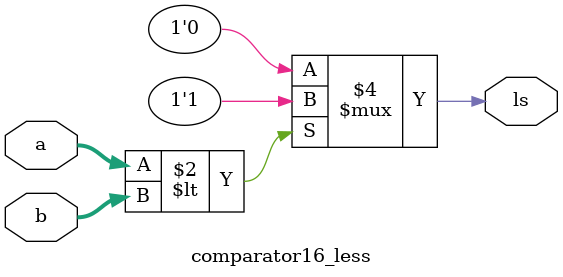
<source format=v>
module comparator16_less(
    input [15:0] a,
    input [15:0] b,
    output reg ls
);

    always @(*) begin
         if (a < b) begin
            ls = 1;
         end else begin
            ls = 0;
	 end
	 end

endmodule

</source>
